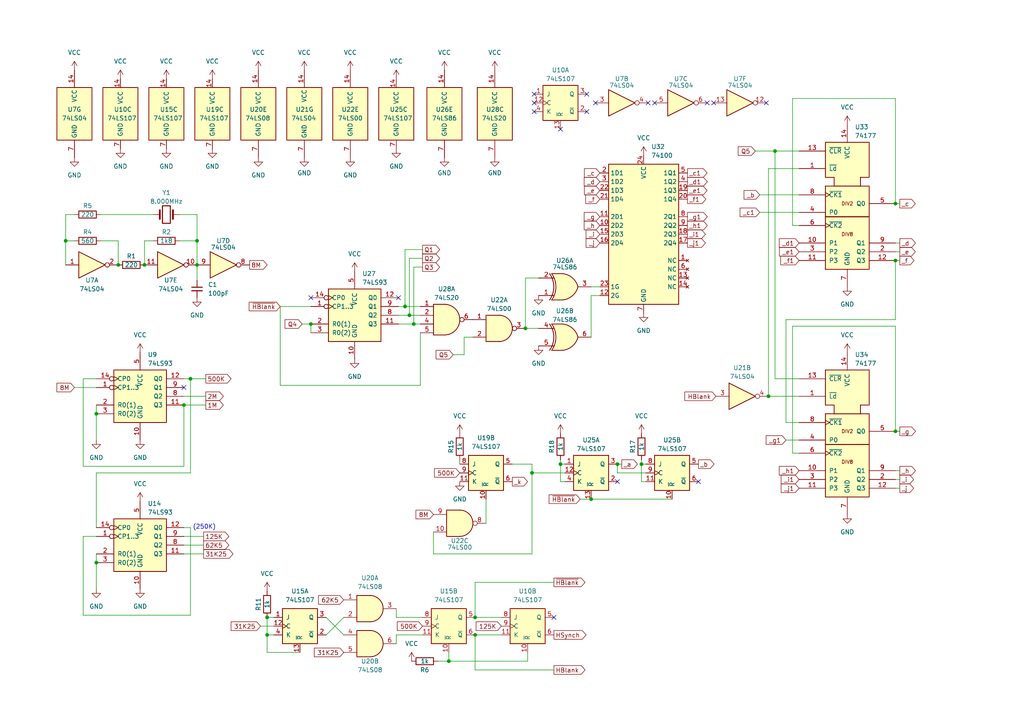
<source format=kicad_sch>
(kicad_sch (version 20230121) (generator eeschema)
  (paper "A4")
  (title_block (title "SYNC COUNTER (MASTER CLK)") (date "2023-08-07") (comment 1 "U7 ADE/U20 AB/U21 B/U22 AC/U26 AB/U28 A") (comment 2 "U10 B/U19 A") (comment 3 "U6 U9 U14 U15 U25 U27 U33 U34"))
  (lib_symbols
    (symbol "74100:74100"
      (property "Reference" "U" (at -10.16 20.955 0))
      (property "Value" "74100" (at 2.54 20.955 0))
      (symbol "74100_1_0"
        (pin power_in line (at 0 22.86 270) (length 2.54) (name "VCC") (number "24"))
        (pin power_in line (at 0 -22.86 90) (length 2.54) (name "GND") (number "7"))
      )
      (symbol "74100_1_1"
        (pin no_connect line (at 12.7 -7.62 180) (length 2.54) (name "NC") (number "1"))
        (pin input line (at -12.7 2.54 0) (length 2.54) (name "2D2") (number "10"))
        (pin input line (at -12.7 5.08 0) (length 2.54) (name "2D1") (number "11"))
        (pin input line (at -12.7 -17.78 0) (length 2.54) (name "2G") (number "12"))
        (pin no_connect line (at 12.7 -12.7 180) (length 2.54) (name "NC") (number "13"))
        (pin no_connect line (at 12.7 -15.24 180) (length 2.54) (name "NC") (number "14"))
        (pin input line (at -12.7 0 0) (length 2.54) (name "2D3") (number "15"))
        (pin input line (at -12.7 -2.54 0) (length 2.54) (name "2D4") (number "16"))
        (pin tri_state line (at 12.7 -2.54 180) (length 2.54) (name "2Q4") (number "17"))
        (pin tri_state line (at 12.7 0 180) (length 2.54) (name "2Q3") (number "18"))
        (pin tri_state line (at 12.7 12.7 180) (length 2.54) (name "1Q3") (number "19"))
        (pin input line (at -12.7 17.78 0) (length 2.54) (name "1D1") (number "2"))
        (pin tri_state line (at 12.7 10.16 180) (length 2.54) (name "1Q4") (number "20"))
        (pin input line (at -12.7 10.16 0) (length 2.54) (name "1D4") (number "21"))
        (pin input line (at -12.7 12.7 0) (length 2.54) (name "1D3") (number "22"))
        (pin input line (at -12.7 -15.24 0) (length 2.54) (name "1G") (number "23"))
        (pin input line (at -12.7 15.24 0) (length 2.54) (name "1D2") (number "3"))
        (pin tri_state line (at 12.7 15.24 180) (length 2.54) (name "1Q2") (number "4"))
        (pin tri_state line (at 12.7 17.78 180) (length 2.54) (name "1Q1") (number "5"))
        (pin no_connect line (at 12.7 -10.16 180) (length 2.54) (name "NC") (number "6"))
        (pin tri_state line (at 12.7 5.08 180) (length 2.54) (name "2Q1") (number "8"))
        (pin tri_state line (at 12.7 2.54 180) (length 2.54) (name "2Q2") (number "9"))
      )
    )
    (symbol "74177:74177" (pin_names (offset 1.016))
      (property "Reference" "U" (at 3.81 13.97 0))
      (property "Value" "74177" (at 3.81 -26.67 0))
      (symbol "74177_0_0"
        (text "DIV2" (at 0 -5.08 0) (effects (font (size 1.016 1.016))))
        (text "DIV8" (at 0 -13.97 0) (effects (font (size 1.016 1.016))))
        (pin power_in line (at 0 17.78 270) (length 5.08) (name "VCC") (number "14"))
        (pin power_in line (at 0 -29.21 90) (length 5.08) (name "GND") (number "7"))
      )
      (symbol "74177_1_1"
        (pin input line (at -13.97 5.08 0) (length 7.62) (name "~{Ld}") (number "1"))
        (pin input line (at -13.97 -16.51 0) (length 7.62) (name "P1") (number "10"))
        (pin input line (at -13.97 -21.59 0) (length 7.62) (name "P3") (number "11"))
        (pin output line (at 13.97 -21.59 180) (length 7.62) (name "Q3") (number "12"))
        (pin input line (at -13.97 10.16 0) (length 7.62) (name "~{CLR}") (number "13"))
        (pin output line (at 13.97 -19.05 180) (length 7.62) (name "Q2") (number "2"))
        (pin input line (at -13.97 -19.05 0) (length 7.62) (name "P2") (number "3"))
        (pin input line (at -13.97 -7.62 0) (length 7.62) (name "P0") (number "4"))
        (pin output line (at 13.97 -5.08 180) (length 7.62) (name "Q0") (number "5"))
        (pin input clock (at -13.97 -11.43 0) (length 7.62) (name "~{CK2}") (number "6"))
        (pin input clock (at -13.97 -2.54 0) (length 7.62) (name "~{CK1}") (number "8"))
        (pin output line (at 13.97 -16.51 180) (length 7.62) (name "Q1") (number "9"))
      )
    )
    (symbol "74xx:74LS00" (pin_names (offset 1.016))
      (property "Reference" "U" (at 0 1.27 0))
      (property "Value" "74LS00" (at 0 -1.27 0))
      (symbol "74LS00_1_1"
        (pin input line (at -7.62 2.54 0) (length 3.81) (name "~") (number "1"))
        (pin input line (at -7.62 -2.54 0) (length 3.81) (name "~") (number "2"))
        (pin output inverted (at 7.62 0 180) (length 3.81) (name "~") (number "3"))
      )
      (symbol "74LS00_1_2"
        (pin input inverted (at -7.62 2.54 0) (length 4.318) (name "~") (number "1"))
        (pin input inverted (at -7.62 -2.54 0) (length 4.318) (name "~") (number "2"))
        (pin output line (at 7.62 0 180) (length 3.81) (name "~") (number "3"))
      )
      (symbol "74LS00_2_1"
        (pin input line (at -7.62 2.54 0) (length 3.81) (name "~") (number "4"))
        (pin input line (at -7.62 -2.54 0) (length 3.81) (name "~") (number "5"))
        (pin output inverted (at 7.62 0 180) (length 3.81) (name "~") (number "6"))
      )
      (symbol "74LS00_2_2"
        (pin input inverted (at -7.62 2.54 0) (length 4.318) (name "~") (number "4"))
        (pin input inverted (at -7.62 -2.54 0) (length 4.318) (name "~") (number "5"))
        (pin output line (at 7.62 0 180) (length 3.81) (name "~") (number "6"))
      )
      (symbol "74LS00_3_1"
        (pin input line (at -7.62 -2.54 0) (length 3.81) (name "~") (number "10"))
        (pin output inverted (at 7.62 0 180) (length 3.81) (name "~") (number "8"))
        (pin input line (at -7.62 2.54 0) (length 3.81) (name "~") (number "9"))
      )
      (symbol "74LS00_3_2"
        (pin input inverted (at -7.62 -2.54 0) (length 4.318) (name "~") (number "10"))
        (pin output line (at 7.62 0 180) (length 3.81) (name "~") (number "8"))
        (pin input inverted (at -7.62 2.54 0) (length 4.318) (name "~") (number "9"))
      )
      (symbol "74LS00_4_1"
        (pin output inverted (at 7.62 0 180) (length 3.81) (name "~") (number "11"))
        (pin input line (at -7.62 2.54 0) (length 3.81) (name "~") (number "12"))
        (pin input line (at -7.62 -2.54 0) (length 3.81) (name "~") (number "13"))
      )
      (symbol "74LS00_4_2"
        (pin output line (at 7.62 0 180) (length 3.81) (name "~") (number "11"))
        (pin input inverted (at -7.62 2.54 0) (length 4.318) (name "~") (number "12"))
        (pin input inverted (at -7.62 -2.54 0) (length 4.318) (name "~") (number "13"))
      )
      (symbol "74LS00_5_0"
        (pin power_in line (at 0 12.7 270) (length 5.08) (name "VCC") (number "14"))
        (pin power_in line (at 0 -12.7 90) (length 5.08) (name "GND") (number "7"))
      )
    )
    (symbol "74xx:74LS04"
      (property "Reference" "U" (at 0 1.27 0))
      (property "Value" "74LS04" (at 0 -1.27 0))
      (symbol "74LS04_1_0"
        (pin input line (at -7.62 0 0) (length 3.81) (name "~") (number "1"))
        (pin output inverted (at 7.62 0 180) (length 3.81) (name "~") (number "2"))
      )
      (symbol "74LS04_2_0"
        (pin input line (at -7.62 0 0) (length 3.81) (name "~") (number "3"))
        (pin output inverted (at 7.62 0 180) (length 3.81) (name "~") (number "4"))
      )
      (symbol "74LS04_3_0"
        (pin input line (at -7.62 0 0) (length 3.81) (name "~") (number "5"))
        (pin output inverted (at 7.62 0 180) (length 3.81) (name "~") (number "6"))
      )
      (symbol "74LS04_4_0"
        (pin output inverted (at 7.62 0 180) (length 3.81) (name "~") (number "8"))
        (pin input line (at -7.62 0 0) (length 3.81) (name "~") (number "9"))
      )
      (symbol "74LS04_5_0"
        (pin output inverted (at 7.62 0 180) (length 3.81) (name "~") (number "10"))
        (pin input line (at -7.62 0 0) (length 3.81) (name "~") (number "11"))
      )
      (symbol "74LS04_6_0"
        (pin output inverted (at 7.62 0 180) (length 3.81) (name "~") (number "12"))
        (pin input line (at -7.62 0 0) (length 3.81) (name "~") (number "13"))
      )
      (symbol "74LS04_7_0"
        (pin power_in line (at 0 12.7 270) (length 5.08) (name "VCC") (number "14"))
        (pin power_in line (at 0 -12.7 90) (length 5.08) (name "GND") (number "7"))
      )
    )
    (symbol "74xx:74LS08" (pin_names (offset 1.016))
      (property "Reference" "U" (at 0 1.27 0))
      (property "Value" "74LS08" (at 0 -1.27 0))
      (symbol "74LS08_1_1"
        (pin input line (at -7.62 2.54 0) (length 3.81) (name "~") (number "1"))
        (pin input line (at -7.62 -2.54 0) (length 3.81) (name "~") (number "2"))
        (pin output line (at 7.62 0 180) (length 3.81) (name "~") (number "3"))
      )
      (symbol "74LS08_1_2"
        (pin input inverted (at -7.62 2.54 0) (length 4.318) (name "~") (number "1"))
        (pin input inverted (at -7.62 -2.54 0) (length 4.318) (name "~") (number "2"))
        (pin output inverted (at 7.62 0 180) (length 3.81) (name "~") (number "3"))
      )
      (symbol "74LS08_2_1"
        (pin input line (at -7.62 2.54 0) (length 3.81) (name "~") (number "4"))
        (pin input line (at -7.62 -2.54 0) (length 3.81) (name "~") (number "5"))
        (pin output line (at 7.62 0 180) (length 3.81) (name "~") (number "6"))
      )
      (symbol "74LS08_2_2"
        (pin input inverted (at -7.62 2.54 0) (length 4.318) (name "~") (number "4"))
        (pin input inverted (at -7.62 -2.54 0) (length 4.318) (name "~") (number "5"))
        (pin output inverted (at 7.62 0 180) (length 3.81) (name "~") (number "6"))
      )
      (symbol "74LS08_3_1"
        (pin input line (at -7.62 -2.54 0) (length 3.81) (name "~") (number "10"))
        (pin output line (at 7.62 0 180) (length 3.81) (name "~") (number "8"))
        (pin input line (at -7.62 2.54 0) (length 3.81) (name "~") (number "9"))
      )
      (symbol "74LS08_3_2"
        (pin input inverted (at -7.62 -2.54 0) (length 4.318) (name "~") (number "10"))
        (pin output inverted (at 7.62 0 180) (length 3.81) (name "~") (number "8"))
        (pin input inverted (at -7.62 2.54 0) (length 4.318) (name "~") (number "9"))
      )
      (symbol "74LS08_4_1"
        (pin output line (at 7.62 0 180) (length 3.81) (name "~") (number "11"))
        (pin input line (at -7.62 2.54 0) (length 3.81) (name "~") (number "12"))
        (pin input line (at -7.62 -2.54 0) (length 3.81) (name "~") (number "13"))
      )
      (symbol "74LS08_4_2"
        (pin output inverted (at 7.62 0 180) (length 3.81) (name "~") (number "11"))
        (pin input inverted (at -7.62 2.54 0) (length 4.318) (name "~") (number "12"))
        (pin input inverted (at -7.62 -2.54 0) (length 4.318) (name "~") (number "13"))
      )
      (symbol "74LS08_5_0"
        (pin power_in line (at 0 12.7 270) (length 5.08) (name "VCC") (number "14"))
        (pin power_in line (at 0 -12.7 90) (length 5.08) (name "GND") (number "7"))
      )
    )
    (symbol "74xx:74LS107" (pin_names (offset 1.016))
      (property "Reference" "U" (at -7.62 8.89 0))
      (property "Value" "74LS107" (at -7.62 -8.89 0))
      (symbol "74LS107_1_0"
        (pin input line (at -7.62 2.54 0) (length 2.54) (name "J") (number "1"))
        (pin input clock (at -7.62 0 0) (length 2.54) (name "C") (number "12"))
        (pin input line (at 0 -7.62 90) (length 2.54) (name "~{R}") (number "13"))
        (pin output line (at 7.62 -2.54 180) (length 2.54) (name "~{Q}") (number "2"))
        (pin output line (at 7.62 2.54 180) (length 2.54) (name "Q") (number "3"))
        (pin input line (at -7.62 -2.54 0) (length 2.54) (name "K") (number "4"))
      )
      (symbol "74LS107_2_0"
        (pin input line (at 0 -7.62 90) (length 2.54) (name "~{R}") (number "10"))
        (pin input line (at -7.62 -2.54 0) (length 2.54) (name "K") (number "11"))
        (pin output line (at 7.62 2.54 180) (length 2.54) (name "Q") (number "5"))
        (pin output line (at 7.62 -2.54 180) (length 2.54) (name "~{Q}") (number "6"))
        (pin input line (at -7.62 2.54 0) (length 2.54) (name "J") (number "8"))
        (pin input clock (at -7.62 0 0) (length 2.54) (name "C") (number "9"))
      )
      (symbol "74LS107_3_0"
        (pin power_in line (at 0 10.16 270) (length 2.54) (name "VCC") (number "14"))
        (pin power_in line (at 0 -10.16 90) (length 2.54) (name "GND") (number "7"))
      )
    )
    (symbol "74xx:74LS20" (pin_names (offset 1.016))
      (property "Reference" "U" (at 0 1.27 0))
      (property "Value" "74LS20" (at 0 -1.27 0))
      (symbol "74LS20_1_1"
        (pin input line (at -7.62 3.81 0) (length 3.81) (name "~") (number "1"))
        (pin input line (at -7.62 1.27 0) (length 3.81) (name "~") (number "2"))
        (pin input line (at -7.62 -1.27 0) (length 3.81) (name "~") (number "4"))
        (pin input line (at -7.62 -3.81 0) (length 3.81) (name "~") (number "5"))
        (pin output inverted (at 7.62 0 180) (length 3.81) (name "~") (number "6"))
      )
      (symbol "74LS20_1_2"
        (pin input inverted (at -7.62 3.81 0) (length 3.81) (name "~") (number "1"))
        (pin input inverted (at -7.62 1.27 0) (length 4.826) (name "~") (number "2"))
        (pin input inverted (at -7.62 -1.27 0) (length 4.826) (name "~") (number "4"))
        (pin input inverted (at -7.62 -3.81 0) (length 3.81) (name "~") (number "5"))
        (pin output line (at 7.62 0 180) (length 3.81) (name "~") (number "6"))
      )
      (symbol "74LS20_2_1"
        (pin input line (at -7.62 1.27 0) (length 3.81) (name "~") (number "10"))
        (pin input line (at -7.62 -1.27 0) (length 3.81) (name "~") (number "12"))
        (pin input line (at -7.62 -3.81 0) (length 3.81) (name "~") (number "13"))
        (pin output inverted (at 7.62 0 180) (length 3.81) (name "~") (number "8"))
        (pin input line (at -7.62 3.81 0) (length 3.81) (name "~") (number "9"))
      )
      (symbol "74LS20_2_2"
        (pin input inverted (at -7.62 1.27 0) (length 4.826) (name "~") (number "10"))
        (pin input inverted (at -7.62 -1.27 0) (length 4.826) (name "~") (number "12"))
        (pin input inverted (at -7.62 -3.81 0) (length 3.81) (name "~") (number "13"))
        (pin output line (at 7.62 0 180) (length 3.81) (name "~") (number "8"))
        (pin input inverted (at -7.62 3.81 0) (length 3.81) (name "~") (number "9"))
      )
      (symbol "74LS20_3_0"
        (pin power_in line (at 0 12.7 270) (length 5.08) (name "VCC") (number "14"))
        (pin power_in line (at 0 -12.7 90) (length 5.08) (name "GND") (number "7"))
      )
    )
    (symbol "74xx:74LS86" (pin_names (offset 1.016))
      (property "Reference" "U" (at 0 1.27 0))
      (property "Value" "74LS86" (at 0 -1.27 0))
      (symbol "74LS86_1_0"
        (pin input line (at -7.62 2.54 0) (length 4.445) (name "~") (number "1"))
        (pin input line (at -7.62 -2.54 0) (length 4.445) (name "~") (number "2"))
        (pin output line (at 7.62 0 180) (length 3.81) (name "~") (number "3"))
      )
      (symbol "74LS86_2_0"
        (pin input line (at -7.62 2.54 0) (length 4.445) (name "~") (number "4"))
        (pin input line (at -7.62 -2.54 0) (length 4.445) (name "~") (number "5"))
        (pin output line (at 7.62 0 180) (length 3.81) (name "~") (number "6"))
      )
      (symbol "74LS86_3_0"
        (pin input line (at -7.62 -2.54 0) (length 4.445) (name "~") (number "10"))
        (pin output line (at 7.62 0 180) (length 3.81) (name "~") (number "8"))
        (pin input line (at -7.62 2.54 0) (length 4.445) (name "~") (number "9"))
      )
      (symbol "74LS86_4_0"
        (pin output line (at 7.62 0 180) (length 3.81) (name "~") (number "11"))
        (pin input line (at -7.62 2.54 0) (length 4.445) (name "~") (number "12"))
        (pin input line (at -7.62 -2.54 0) (length 4.445) (name "~") (number "13"))
      )
      (symbol "74LS86_5_0"
        (pin power_in line (at 0 12.7 270) (length 5.08) (name "VCC") (number "14"))
        (pin power_in line (at 0 -12.7 90) (length 5.08) (name "GND") (number "7"))
      )
    )
    (symbol "74xx:74LS93" (pin_names (offset 1.016))
      (property "Reference" "U" (at -7.62 8.89 0))
      (property "Value" "74LS93" (at -7.62 -8.89 0))
      (symbol "74LS93_1_0"
        (pin input inverted_clock (at -12.7 2.54 0) (length 5.08) (name "CP1..3") (number "1"))
        (pin power_in line (at 0 -12.7 90) (length 5.08) (name "GND") (number "10"))
        (pin output line (at 12.7 -2.54 180) (length 5.08) (name "Q3") (number "11"))
        (pin output line (at 12.7 5.08 180) (length 5.08) (name "Q0") (number "12"))
        (pin input inverted_clock (at -12.7 5.08 0) (length 5.08) (name "CP0") (number "14"))
        (pin input line (at -12.7 -2.54 0) (length 5.08) (name "R0(1)") (number "2"))
        (pin input line (at -12.7 -5.08 0) (length 5.08) (name "R0(2)") (number "3"))
        (pin power_in line (at 0 12.7 270) (length 5.08) (name "VCC") (number "5"))
        (pin output line (at 12.7 0 180) (length 5.08) (name "Q2") (number "8"))
        (pin output line (at 12.7 2.54 180) (length 5.08) (name "Q1") (number "9"))
      )
    )
    (symbol "Device:C_Small" (pin_numbers hide) (pin_names (offset 0.254) hide)
      (property "Reference" "C" (at 0.254 1.778 0))
      (property "Value" "C_Small" (at 0.254 -2.032 0))
      (symbol "C_Small_1_1"
        (pin passive line (at 0 2.54 270) (length 2.032) (name "~") (number "1"))
        (pin passive line (at 0 -2.54 90) (length 2.032) (name "~") (number "2"))
      )
    )
    (symbol "Device:Crystal" (pin_numbers hide) (pin_names (offset 1.016) hide)
      (property "Reference" "Y" (at 0 3.81 0))
      (property "Value" "Crystal" (at 0 -3.81 0))
      (symbol "Crystal_1_1"
        (pin passive line (at -3.81 0 0) (length 1.27) (name "1") (number "1"))
        (pin passive line (at 3.81 0 180) (length 1.27) (name "2") (number "2"))
      )
    )
    (symbol "Device:R" (pin_numbers hide) (pin_names (offset 0))
      (property "Reference" "R" (at 2.032 0 90))
      (property "Value" "R" (at 0 0 90))
      (symbol "R_1_1"
        (pin passive line (at 0 3.81 270) (length 1.27) (name "~") (number "1"))
        (pin passive line (at 0 -3.81 90) (length 1.27) (name "~") (number "2"))
      )
    )
    (symbol "power:GND" (power) (pin_names (offset 0))
      (property "Value" "GND" (at 0 -3.81 0))
      (symbol "GND_1_1"
        (pin power_in line (at 0 0 270) (length 0) hide (name "GND") (number "1"))
      )
    )
    (symbol "power:VCC" (power) (pin_names (offset 0))
      (property "Value" "VCC" (at 0 3.81 0))
      (symbol "VCC_1_1"
        (pin power_in line (at 0 0 90) (length 0) hide (name "VCC") (number "1"))
      )
    )
  )
  (junction (at 90.17 93.98))
  (junction (at 34.29 76.835))
  (junction (at 27.94 163.195))
  (junction (at 186.055 134.62))
  (junction (at 152.4 95.25))
  (junction (at 222.885 114.935))
  (junction (at 162.56 134.62))
  (junction (at 120.015 93.98))
  (junction (at 118.745 91.44))
  (junction (at 57.15 76.835))
  (junction (at 41.91 76.835))
  (junction (at 259.715 125.095))
  (junction (at 55.245 109.855))
  (junction (at 77.47 179.07))
  (junction (at 137.795 179.07))
  (junction (at 259.715 59.055))
  (junction (at 117.475 88.9))
  (junction (at 137.795 184.15))
  (junction (at 27.94 120.015))
  (junction (at 171.45 144.78))
  (junction (at 154.305 137.16))
  (junction (at 53.34 117.475))
  (junction (at 57.15 69.85))
  (junction (at 179.07 134.62))
  (junction (at 19.05 69.85))
  (junction (at 130.175 191.77))
  (junction (at 224.79 43.815))
  (junction (at 259.715 75.565))
  (junction (at 77.47 184.15))
  (no_connect (at 202.565 139.7))
  (no_connect (at 154.94 27.305))
  (no_connect (at 160.655 179.07))
  (no_connect (at 53.34 112.395))
  (no_connect (at 205.105 29.845))
  (no_connect (at 179.07 139.7))
  (no_connect (at 115.57 86.36))
  (no_connect (at 170.18 32.385))
  (no_connect (at 170.18 27.305))
  (no_connect (at 154.94 29.845))
  (no_connect (at 207.01 29.845))
  (no_connect (at 162.56 37.465))
  (no_connect (at 154.94 32.385))
  (no_connect (at 172.72 29.845))
  (no_connect (at 90.17 86.36))
  (no_connect (at 222.25 29.845))
  (no_connect (at 189.865 29.845))
  (no_connect (at 187.96 29.845))
  (wire (pts (xy 227.965 127.635) (xy 231.775 127.635)))
  (wire (pts (xy 137.795 179.07) (xy 145.415 179.07)))
  (wire (pts (xy 21.59 112.395) (xy 27.94 112.395)))
  (wire (pts (xy 224.79 43.815) (xy 231.775 43.815)))
  (wire (pts (xy 55.245 153.035) (xy 55.245 178.435)))
  (wire (pts (xy 130.175 191.77) (xy 130.175 189.23)))
  (wire (pts (xy 29.21 69.85) (xy 34.29 69.85)))
  (wire (pts (xy 131.445 102.87) (xy 134.62 102.87)))
  (wire (pts (xy 231.775 109.855) (xy 224.79 109.855)))
  (wire (pts (xy 173.99 85.725) (xy 171.45 85.725)))
  (wire (pts (xy 77.47 184.15) (xy 77.47 179.07)))
  (wire (pts (xy 229.87 94.615) (xy 259.715 94.615)))
  (wire (pts (xy 53.34 160.655) (xy 59.055 160.655)))
  (wire (pts (xy 259.715 70.485) (xy 260.985 70.485)))
  (wire (pts (xy 41.91 69.85) (xy 41.91 76.835)))
  (wire (pts (xy 154.305 137.16) (xy 154.305 134.62)))
  (wire (pts (xy 24.13 155.575) (xy 27.94 155.575)))
  (wire (pts (xy 19.05 69.85) (xy 19.05 62.23)))
  (wire (pts (xy 160.655 168.91) (xy 137.795 168.91)))
  (wire (pts (xy 27.94 120.015) (xy 27.94 127.635)))
  (wire (pts (xy 140.97 144.78) (xy 140.97 151.765)))
  (wire (pts (xy 27.94 137.16) (xy 27.94 153.035)))
  (wire (pts (xy 171.45 85.725) (xy 171.45 97.79)))
  (wire (pts (xy 53.34 135.255) (xy 24.13 135.255)))
  (wire (pts (xy 259.715 75.565) (xy 260.985 75.565)))
  (wire (pts (xy 259.715 59.055) (xy 259.715 28.575)))
  (wire (pts (xy 137.795 194.31) (xy 160.655 194.31)))
  (wire (pts (xy 86.995 189.23) (xy 77.47 189.23)))
  (wire (pts (xy 179.07 134.62) (xy 179.07 137.16)))
  (wire (pts (xy 117.475 88.9) (xy 121.92 88.9)))
  (wire (pts (xy 122.555 184.15) (xy 114.935 184.15)))
  (wire (pts (xy 171.45 83.185) (xy 173.99 83.185)))
  (wire (pts (xy 24.13 178.435) (xy 24.13 155.575)))
  (wire (pts (xy 114.935 179.07) (xy 114.935 176.53)))
  (wire (pts (xy 137.795 168.91) (xy 137.795 179.07)))
  (wire (pts (xy 222.885 114.935) (xy 222.885 48.895)))
  (wire (pts (xy 57.15 69.85) (xy 52.07 69.85)))
  (wire (pts (xy 19.05 62.23) (xy 21.59 62.23)))
  (wire (pts (xy 117.475 72.39) (xy 122.555 72.39)))
  (wire (pts (xy 186.055 133.35) (xy 186.055 134.62)))
  (wire (pts (xy 179.07 137.16) (xy 187.325 137.16)))
  (wire (pts (xy 57.15 62.23) (xy 57.15 69.85)))
  (wire (pts (xy 117.475 88.9) (xy 117.475 72.39)))
  (wire (pts (xy 260.985 141.605) (xy 259.715 141.605)))
  (wire (pts (xy 21.59 69.85) (xy 19.05 69.85)))
  (wire (pts (xy 125.73 154.305) (xy 125.73 160.655)))
  (wire (pts (xy 115.57 88.9) (xy 117.475 88.9)))
  (wire (pts (xy 44.45 69.85) (xy 41.91 69.85)))
  (wire (pts (xy 231.775 122.555) (xy 227.965 122.555)))
  (wire (pts (xy 220.345 56.515) (xy 231.775 56.515)))
  (wire (pts (xy 19.05 69.85) (xy 19.05 76.835)))
  (wire (pts (xy 120.015 77.47) (xy 120.015 93.98)))
  (wire (pts (xy 186.055 134.62) (xy 187.325 134.62)))
  (wire (pts (xy 53.34 117.475) (xy 59.69 117.475)))
  (wire (pts (xy 24.13 135.255) (xy 24.13 109.855)))
  (wire (pts (xy 27.94 117.475) (xy 27.94 120.015)))
  (wire (pts (xy 259.715 28.575) (xy 229.87 28.575)))
  (wire (pts (xy 55.245 137.16) (xy 27.94 137.16)))
  (wire (pts (xy 55.245 109.855) (xy 59.69 109.855)))
  (wire (pts (xy 118.745 91.44) (xy 118.745 74.93)))
  (wire (pts (xy 77.47 179.07) (xy 79.375 179.07)))
  (wire (pts (xy 152.4 95.25) (xy 156.21 95.25)))
  (wire (pts (xy 87.63 93.98) (xy 90.17 93.98)))
  (wire (pts (xy 90.17 88.9) (xy 81.28 88.9)))
  (wire (pts (xy 162.56 133.35) (xy 162.56 134.62)))
  (wire (pts (xy 121.92 111.76) (xy 121.92 96.52)))
  (wire (pts (xy 259.715 73.025) (xy 260.985 73.025)))
  (wire (pts (xy 55.245 178.435) (xy 24.13 178.435)))
  (wire (pts (xy 229.87 28.575) (xy 229.87 65.405)))
  (wire (pts (xy 57.15 76.835) (xy 57.15 81.28)))
  (wire (pts (xy 122.555 179.07) (xy 114.935 179.07)))
  (wire (pts (xy 152.4 80.645) (xy 156.21 80.645)))
  (wire (pts (xy 53.34 114.935) (xy 59.69 114.935)))
  (wire (pts (xy 75.565 181.61) (xy 79.375 181.61)))
  (wire (pts (xy 186.055 139.7) (xy 187.325 139.7)))
  (wire (pts (xy 231.775 114.935) (xy 222.885 114.935)))
  (wire (pts (xy 120.015 93.98) (xy 121.92 93.98)))
  (wire (pts (xy 260.985 136.525) (xy 259.715 136.525)))
  (wire (pts (xy 29.21 62.23) (xy 44.45 62.23)))
  (wire (pts (xy 259.715 125.095) (xy 260.985 125.095)))
  (wire (pts (xy 81.28 88.9) (xy 81.28 111.76)))
  (wire (pts (xy 27.94 160.655) (xy 27.94 163.195)))
  (wire (pts (xy 94.615 179.07) (xy 99.695 184.15)))
  (wire (pts (xy 229.87 131.445) (xy 231.775 131.445)))
  (wire (pts (xy 224.79 43.815) (xy 224.79 109.855)))
  (wire (pts (xy 219.075 43.815) (xy 224.79 43.815)))
  (wire (pts (xy 53.34 153.035) (xy 55.245 153.035)))
  (wire (pts (xy 227.965 122.555) (xy 227.965 92.71)))
  (wire (pts (xy 53.34 117.475) (xy 53.34 135.255)))
  (wire (pts (xy 52.07 62.23) (xy 57.15 62.23)))
  (wire (pts (xy 171.45 144.78) (xy 194.945 144.78)))
  (wire (pts (xy 115.57 91.44) (xy 118.745 91.44)))
  (wire (pts (xy 77.47 189.23) (xy 77.47 184.15)))
  (wire (pts (xy 153.035 191.77) (xy 153.035 189.23)))
  (wire (pts (xy 118.745 91.44) (xy 121.92 91.44)))
  (wire (pts (xy 134.62 102.87) (xy 134.62 97.79)))
  (wire (pts (xy 120.015 93.98) (xy 115.57 93.98)))
  (wire (pts (xy 53.34 158.115) (xy 59.055 158.115)))
  (wire (pts (xy 259.715 94.615) (xy 259.715 125.095)))
  (wire (pts (xy 154.305 134.62) (xy 148.59 134.62)))
  (wire (pts (xy 55.245 109.855) (xy 55.245 137.16)))
  (wire (pts (xy 81.28 111.76) (xy 121.92 111.76)))
  (wire (pts (xy 130.175 191.77) (xy 153.035 191.77)))
  (wire (pts (xy 122.555 77.47) (xy 120.015 77.47)))
  (wire (pts (xy 34.29 69.85) (xy 34.29 76.835)))
  (wire (pts (xy 118.745 74.93) (xy 122.555 74.93)))
  (wire (pts (xy 137.795 184.15) (xy 145.415 184.15)))
  (wire (pts (xy 24.13 109.855) (xy 27.94 109.855)))
  (wire (pts (xy 53.34 155.575) (xy 59.055 155.575)))
  (wire (pts (xy 168.275 144.78) (xy 171.45 144.78)))
  (wire (pts (xy 137.795 184.15) (xy 137.795 194.31)))
  (wire (pts (xy 162.56 134.62) (xy 162.56 139.7)))
  (wire (pts (xy 260.985 139.065) (xy 259.715 139.065)))
  (wire (pts (xy 125.73 160.655) (xy 154.305 160.655)))
  (wire (pts (xy 79.375 184.15) (xy 77.47 184.15)))
  (wire (pts (xy 127 191.77) (xy 130.175 191.77)))
  (wire (pts (xy 94.615 184.15) (xy 99.695 179.07)))
  (wire (pts (xy 259.715 59.055) (xy 260.985 59.055)))
  (wire (pts (xy 154.305 160.655) (xy 154.305 137.16)))
  (wire (pts (xy 114.935 184.15) (xy 114.935 186.69)))
  (wire (pts (xy 229.87 65.405) (xy 231.775 65.405)))
  (wire (pts (xy 259.715 75.565) (xy 259.715 92.71)))
  (wire (pts (xy 53.34 109.855) (xy 55.245 109.855)))
  (wire (pts (xy 229.87 94.615) (xy 229.87 131.445)))
  (wire (pts (xy 154.305 137.16) (xy 163.83 137.16)))
  (wire (pts (xy 179.07 134.62) (xy 180.34 134.62)))
  (wire (pts (xy 90.17 93.98) (xy 90.17 96.52)))
  (wire (pts (xy 220.345 61.595) (xy 231.775 61.595)))
  (wire (pts (xy 162.56 134.62) (xy 163.83 134.62)))
  (wire (pts (xy 27.94 163.195) (xy 27.94 170.815)))
  (wire (pts (xy 222.885 48.895) (xy 231.775 48.895)))
  (wire (pts (xy 133.35 133.35) (xy 133.35 134.62)))
  (wire (pts (xy 152.4 95.25) (xy 152.4 80.645)))
  (wire (pts (xy 186.055 134.62) (xy 186.055 139.7)))
  (wire (pts (xy 134.62 97.79) (xy 137.16 97.79)))
  (wire (pts (xy 162.56 139.7) (xy 163.83 139.7)))
  (wire (pts (xy 57.15 76.835) (xy 57.15 69.85)))
  (wire (pts (xy 227.965 92.71) (xy 259.715 92.71)))
  (text "(250K)" (at 55.88 153.67 0) (effects (font (size 1.27 1.27)) (justify left bottom)))
  (global_label "_c" (shape output) (at 260.985 59.055 0) (property "Intersheetrefs" "${INTERSHEET_REFS}" (effects hide)))
  (global_label "_g" (shape input) (at 173.99 62.865 180) (property "Intersheetrefs" "${INTERSHEET_REFS}" (effects hide)))
  (global_label "500K" (shape output) (at 59.69 109.855 0) (property "Intersheetrefs" "${INTERSHEET_REFS}" (effects hide)))
  (global_label "_f" (shape output) (at 260.985 75.565 0) (property "Intersheetrefs" "${INTERSHEET_REFS}" (effects hide)))
  (global_label "_b" (shape input) (at 220.345 56.515 180) (property "Intersheetrefs" "${INTERSHEET_REFS}" (effects hide)))
  (global_label "_h1" (shape input) (at 231.775 136.525 180) (property "Intersheetrefs" "${INTERSHEET_REFS}" (effects hide)))
  (global_label "_c" (shape input) (at 173.99 50.165 180) (property "Intersheetrefs" "${INTERSHEET_REFS}" (effects hide)))
  (global_label "~{HBlank}" (shape input) (at 168.275 144.78 180) (property "Intersheetrefs" "${INTERSHEET_REFS}" (effects hide)))
  (global_label "500K" (shape input) (at 122.555 181.61 180) (property "Intersheetrefs" "${INTERSHEET_REFS}" (effects hide)))
  (global_label "_e" (shape input) (at 173.99 55.245 180) (property "Intersheetrefs" "${INTERSHEET_REFS}" (effects hide)))
  (global_label "8M" (shape input) (at 125.73 149.225 180) (property "Intersheetrefs" "${INTERSHEET_REFS}" (effects hide)))
  (global_label "500K" (shape input) (at 133.35 137.16 180) (property "Intersheetrefs" "${INTERSHEET_REFS}" (effects hide)))
  (global_label "Q4" (shape input) (at 87.63 93.98 180) (property "Intersheetrefs" "${INTERSHEET_REFS}" (effects hide)))
  (global_label "_i1" (shape input) (at 231.775 139.065 180) (property "Intersheetrefs" "${INTERSHEET_REFS}" (effects hide)))
  (global_label "_g1" (shape output) (at 199.39 62.865 0) (property "Intersheetrefs" "${INTERSHEET_REFS}" (effects hide)))
  (global_label "_i1" (shape output) (at 199.39 67.945 0) (property "Intersheetrefs" "${INTERSHEET_REFS}" (effects hide)))
  (global_label "_d" (shape input) (at 173.99 52.705 180) (property "Intersheetrefs" "${INTERSHEET_REFS}" (effects hide)))
  (global_label "_g1" (shape input) (at 227.965 127.635 180) (property "Intersheetrefs" "${INTERSHEET_REFS}" (effects hide)))
  (global_label "Q5" (shape input) (at 131.445 102.87 180) (property "Intersheetrefs" "${INTERSHEET_REFS}" (effects hide)))
  (global_label "~{HBlank}" (shape input) (at 81.28 88.9 180) (property "Intersheetrefs" "${INTERSHEET_REFS}" (effects hide)))
  (global_label "_f1" (shape input) (at 231.775 75.565 180) (property "Intersheetrefs" "${INTERSHEET_REFS}" (effects hide)))
  (global_label "8M" (shape output) (at 72.39 76.835 0) (property "Intersheetrefs" "${INTERSHEET_REFS}" (effects hide)))
  (global_label "_b" (shape output) (at 202.565 134.62 0) (property "Intersheetrefs" "${INTERSHEET_REFS}" (effects hide)))
  (global_label "_f1" (shape output) (at 199.39 57.785 0) (property "Intersheetrefs" "${INTERSHEET_REFS}" (effects hide)))
  (global_label "_d1" (shape output) (at 199.39 52.705 0) (property "Intersheetrefs" "${INTERSHEET_REFS}" (effects hide)))
  (global_label "_a" (shape output) (at 180.34 134.62 0) (property "Intersheetrefs" "${INTERSHEET_REFS}" (effects hide)))
  (global_label "_i" (shape output) (at 260.985 139.065 0) (property "Intersheetrefs" "${INTERSHEET_REFS}" (effects hide)))
  (global_label "_k" (shape output) (at 148.59 139.7 0) (property "Intersheetrefs" "${INTERSHEET_REFS}" (effects hide)))
  (global_label "_h" (shape output) (at 260.985 136.525 0) (property "Intersheetrefs" "${INTERSHEET_REFS}" (effects hide)))
  (global_label "_i" (shape input) (at 173.99 67.945 180) (property "Intersheetrefs" "${INTERSHEET_REFS}" (effects hide)))
  (global_label "_e" (shape output) (at 260.985 73.025 0) (property "Intersheetrefs" "${INTERSHEET_REFS}" (effects hide)))
  (global_label "_h" (shape input) (at 173.99 65.405 180) (property "Intersheetrefs" "${INTERSHEET_REFS}" (effects hide)))
  (global_label "125K" (shape input) (at 145.415 181.61 180) (property "Intersheetrefs" "${INTERSHEET_REFS}" (effects hide)))
  (global_label "_c1" (shape output) (at 199.39 50.165 0) (property "Intersheetrefs" "${INTERSHEET_REFS}" (effects hide)))
  (global_label "Q5" (shape input) (at 219.075 43.815 180) (property "Intersheetrefs" "${INTERSHEET_REFS}" (effects hide)))
  (global_label "~{HBlank}" (shape output) (at 160.655 168.91 0) (property "Intersheetrefs" "${INTERSHEET_REFS}" (effects hide)))
  (global_label "125K" (shape output) (at 59.055 155.575 0) (property "Intersheetrefs" "${INTERSHEET_REFS}" (effects hide)))
  (global_label "HBlank" (shape output) (at 160.655 194.31 0) (property "Intersheetrefs" "${INTERSHEET_REFS}" (effects hide)))
  (global_label "8M" (shape input) (at 21.59 112.395 180) (property "Intersheetrefs" "${INTERSHEET_REFS}" (effects hide)))
  (global_label "_j1" (shape output) (at 199.39 70.485 0) (property "Intersheetrefs" "${INTERSHEET_REFS}" (effects hide)))
  (global_label "Q2" (shape output) (at 122.555 74.93 0) (property "Intersheetrefs" "${INTERSHEET_REFS}" (effects hide)))
  (global_label "31K25" (shape input) (at 75.565 181.61 180) (property "Intersheetrefs" "${INTERSHEET_REFS}" (effects hide)))
  (global_label "Q3" (shape output) (at 122.555 77.47 0) (property "Intersheetrefs" "${INTERSHEET_REFS}" (effects hide)))
  (global_label "31K25" (shape input) (at 99.695 189.23 180) (property "Intersheetrefs" "${INTERSHEET_REFS}" (effects hide)))
  (global_label "HSynch" (shape output) (at 160.655 184.15 0) (property "Intersheetrefs" "${INTERSHEET_REFS}" (effects hide)))
  (global_label "HBlank" (shape input) (at 207.645 114.935 180) (property "Intersheetrefs" "${INTERSHEET_REFS}" (effects hide)))
  (global_label "_d1" (shape input) (at 231.775 70.485 180) (property "Intersheetrefs" "${INTERSHEET_REFS}" (effects hide)))
  (global_label "2M" (shape output) (at 59.69 114.935 0) (property "Intersheetrefs" "${INTERSHEET_REFS}" (effects hide)))
  (global_label "_f" (shape input) (at 173.99 57.785 180) (property "Intersheetrefs" "${INTERSHEET_REFS}" (effects hide)))
  (global_label "_h1" (shape output) (at 199.39 65.405 0) (property "Intersheetrefs" "${INTERSHEET_REFS}" (effects hide)))
  (global_label "Q1" (shape output) (at 122.555 72.39 0) (property "Intersheetrefs" "${INTERSHEET_REFS}" (effects hide)))
  (global_label "_g" (shape output) (at 260.985 125.095 0) (property "Intersheetrefs" "${INTERSHEET_REFS}" (effects hide)))
  (global_label "_e1" (shape output) (at 199.39 55.245 0) (property "Intersheetrefs" "${INTERSHEET_REFS}" (effects hide)))
  (global_label "1M" (shape output) (at 59.69 117.475 0) (property "Intersheetrefs" "${INTERSHEET_REFS}" (effects hide)))
  (global_label "_j" (shape output) (at 260.985 141.605 0) (property "Intersheetrefs" "${INTERSHEET_REFS}" (effects hide)))
  (global_label "_c1" (shape input) (at 220.345 61.595 180) (property "Intersheetrefs" "${INTERSHEET_REFS}" (effects hide)))
  (global_label "_d" (shape output) (at 260.985 70.485 0) (property "Intersheetrefs" "${INTERSHEET_REFS}" (effects hide)))
  (global_label "_j" (shape input) (at 173.99 70.485 180) (property "Intersheetrefs" "${INTERSHEET_REFS}" (effects hide)))
  (global_label "31K25" (shape output) (at 59.055 160.655 0) (property "Intersheetrefs" "${INTERSHEET_REFS}" (effects hide)))
  (global_label "_e1" (shape input) (at 231.775 73.025 180) (property "Intersheetrefs" "${INTERSHEET_REFS}" (effects hide)))
  (global_label "62K5" (shape output) (at 59.055 158.115 0) (property "Intersheetrefs" "${INTERSHEET_REFS}" (effects hide)))
  (global_label "_j1" (shape input) (at 231.775 141.605 180) (property "Intersheetrefs" "${INTERSHEET_REFS}" (effects hide)))
  (global_label "62K5" (shape input) (at 99.695 173.99 180) (property "Intersheetrefs" "${INTERSHEET_REFS}" (effects hide)))
  (symbol (lib_id "power:GND") (at 133.35 139.7 0) (unit 1)
    (property "Reference" "#PWR0136" (effects hide))
    (property "Value" "GND" (at 133.35 144.78 0))
  )
  (symbol (lib_id "power:GND") (at 102.87 104.14 0) (unit 1)
    (property "Reference" "#PWR0146" (effects hide))
    (property "Value" "GND" (at 102.87 109.22 0))
  )
  (symbol (lib_id "power:VCC") (at 119.38 191.77 0) (unit 1)
    (property "Reference" "#PWR0133" (effects hide))
    (property "Value" "VCC" (at 119.38 186.69 0))
  )
  (symbol (lib_id "power:GND") (at 34.925 43.18 0) (unit 1)
    (property "Reference" "#PWR0130" (effects hide))
    (property "Value" "GND" (at 34.925 48.26 0))
  )
  (symbol (lib_id "power:GND") (at 48.26 43.18 0) (unit 1)
    (property "Reference" "#PWR0135" (effects hide))
    (property "Value" "GND" (at 48.26 48.26 0))
  )
  (symbol (lib_id "74xx:74LS08") (at 74.93 33.02 0) (unit 5)
    (property "Reference" "U20" (at 72.39 31.75 0) (effects (justify left)))
    (property "Value" "74LS08" (at 71.12 34.29 0) (effects (justify left)))
    (property "Footprint" "Package_DIP:DIP-14_W7.62mm" (effects hide))
    (property "Datasheet" "http://www.ti.com/lit/gpn/sn74LS08" (effects hide))
  )
  (symbol (lib_id "74xx:74LS08") (at 107.315 176.53 0) (unit 1)
    (property "Reference" "U20" (at 107.3067 167.64 0))
    (property "Value" "74LS08" (at 107.3067 170.18 0))
    (property "Footprint" "Package_DIP:DIP-14_W7.62mm" (effects hide))
    (property "Datasheet" "http://www.ti.com/lit/gpn/sn74LS08" (effects hide))
  )
  (symbol (lib_id "power:VCC") (at 186.055 125.73 0) (unit 1)
    (property "Reference" "#PWR0143" (effects hide))
    (property "Value" "VCC" (at 186.055 120.65 0))
  )
  (symbol (lib_id "power:GND") (at 156.21 100.33 0) (unit 1)
    (property "Reference" "#PWR0149" (effects hide))
    (property "Value" "GND" (at 156.21 105.41 0))
  )
  (symbol (lib_id "74xx:74LS93") (at 40.64 114.935 0) (unit 1)
    (property "Reference" "U9" (at 42.8341 102.87 0) (effects (justify left)))
    (property "Value" "74LS93" (at 42.8341 105.41 0) (effects (justify left)))
    (property "Footprint" "Package_DIP:DIP-10_W7.62mm" (effects hide))
    (property "Datasheet" "http://www.ti.com/lit/gpn/sn74LS93" (effects hide))
  )
  (symbol (lib_id "power:GND") (at 40.64 170.815 0) (unit 1)
    (property "Reference" "#PWR0128" (effects hide))
    (property "Value" "GND" (at 40.64 175.895 0))
  )
  (symbol (lib_id "Device:R") (at 48.26 69.85 90) (unit 1)
    (property "Reference" "R2" (at 48.26 67.31 90))
    (property "Value" "1k8" (at 48.26 69.85 90))
  )
  (symbol (lib_id "74100:74100") (at 186.69 67.945 0) (unit 1)
    (property "Reference" "U32" (at 188.8841 42.545 0) (effects (justify left)))
    (property "Value" "74100" (at 188.8841 45.085 0) (effects (justify left)))
    (property "Footprint" "Package_DIP:DIP-24_W15.24mm" (effects hide))
  )
  (symbol (lib_id "74xx:74LS107") (at 86.995 181.61 0) (unit 1)
    (property "Reference" "U15" (at 86.995 171.45 0))
    (property "Value" "74LS107" (at 86.995 173.99 0))
    (property "Footprint" "Package_DIP:DIP-14_W7.62mm" (effects hide))
    (property "Datasheet" "http://www.ti.com/lit/gpn/sn74LS107" (effects hide))
  )
  (symbol (lib_id "power:GND") (at 101.6 45.72 0) (unit 1)
    (property "Reference" "#PWR0161" (effects hide))
    (property "Value" "GND" (at 101.6 50.8 0))
  )
  (symbol (lib_id "power:GND") (at 74.93 45.72 0) (unit 1)
    (property "Reference" "#PWR0159" (effects hide))
    (property "Value" "GND" (at 74.93 50.8 0))
  )
  (symbol (lib_id "74xx:74LS20") (at 143.51 33.02 0) (unit 3)
    (property "Reference" "U28" (at 140.97 31.75 0) (effects (justify left)))
    (property "Value" "74LS20" (at 139.7 34.29 0) (effects (justify left)))
    (property "Footprint" "Package_DIP:DIP-12_W7.62mm" (effects hide))
    (property "Datasheet" "http://www.ti.com/lit/gpn/sn74LS20" (effects hide))
  )
  (symbol (lib_id "power:VCC") (at 34.925 22.86 0) (unit 1)
    (property "Reference" "#PWR0131" (effects hide))
    (property "Value" "VCC" (at 34.925 17.78 0))
  )
  (symbol (lib_id "power:VCC") (at 101.6 20.32 0) (unit 1)
    (property "Reference" "#PWR0160" (effects hide))
    (property "Value" "VCC" (at 101.6 15.24 0))
  )
  (symbol (lib_id "74177:74177") (at 245.745 120.015 0) (unit 1)
    (property "Reference" "U34" (at 247.9391 102.87 0) (effects (justify left)))
    (property "Value" "74177" (at 247.9391 105.41 0) (effects (justify left)))
  )
  (symbol (lib_id "74177:74177") (at 245.745 53.975 0) (unit 1)
    (property "Reference" "U33" (at 247.9391 36.83 0) (effects (justify left)))
    (property "Value" "74177" (at 247.9391 39.37 0) (effects (justify left)))
  )
  (symbol (lib_id "power:VCC") (at 128.905 20.32 0) (unit 1)
    (property "Reference" "#PWR0150" (effects hide))
    (property "Value" "VCC" (at 128.905 15.24 0))
  )
  (symbol (lib_id "power:GND") (at 156.21 85.725 0) (unit 1)
    (property "Reference" "#PWR0148" (effects hide))
    (property "Value" "GND" (at 156.21 90.805 0))
  )
  (symbol (lib_id "74xx:74LS107") (at 162.56 29.845 0) (unit 1)
    (property "Reference" "U10" (at 162.56 20.32 0))
    (property "Value" "74LS107" (at 162.56 22.86 0))
    (property "Footprint" "Package_DIP:DIP-14_W7.62mm" (effects hide))
    (property "Datasheet" "http://www.ti.com/lit/gpn/sn74LS107" (effects hide))
  )
  (symbol (lib_id "power:GND") (at 88.265 45.72 0) (unit 1)
    (property "Reference" "#PWR0156" (effects hide))
    (property "Value" "GND" (at 88.265 50.165 0))
  )
  (symbol (lib_id "74xx:74LS86") (at 128.905 33.02 0) (unit 5)
    (property "Reference" "U26" (at 128.905 31.75 0))
    (property "Value" "74LS86" (at 128.905 34.29 0))
    (property "Footprint" "Package_DIP:DIP-14_W7.62mm" (effects hide))
    (property "Datasheet" "74xx/74ls86.pdf" (effects hide))
  )
  (symbol (lib_id "power:GND") (at 245.745 149.225 0) (unit 1)
    (property "Reference" "#PWR0153" (effects hide))
    (property "Value" "GND" (at 245.745 154.305 0))
  )
  (symbol (lib_id "power:VCC") (at 74.93 20.32 0) (unit 1)
    (property "Reference" "#PWR0158" (effects hide))
    (property "Value" "VCC" (at 74.93 15.24 0))
  )
  (symbol (lib_id "power:GND") (at 143.51 45.72 0) (unit 1)
    (property "Reference" "#PWR0162" (effects hide))
    (property "Value" "GND" (at 143.51 50.165 0))
  )
  (symbol (lib_id "power:VCC") (at 186.69 45.085 0) (unit 1)
    (property "Reference" "#PWR0154" (effects hide))
    (property "Value" "VCC" (at 186.69 40.005 0))
  )
  (symbol (lib_id "power:VCC") (at 88.265 20.32 0) (unit 1)
    (property "Reference" "#PWR0157" (effects hide))
    (property "Value" "VCC" (at 88.265 15.24 0))
  )
  (symbol (lib_id "74xx:74LS04") (at 197.485 29.845 0) (unit 3)
    (property "Reference" "U7" (at 197.485 22.86 0))
    (property "Value" "74LS04" (at 197.485 24.765 0))
    (property "Footprint" "Package_DIP:DIP-14_W7.62mm" (effects hide))
    (property "Datasheet" "http://www.ti.com/lit/gpn/sn74LS04" (effects hide))
  )
  (symbol (lib_id "74xx:74LS04") (at 215.265 114.935 0) (unit 2)
    (property "Reference" "U21" (at 215.265 106.68 0))
    (property "Value" "74LS04" (at 215.265 109.22 0))
    (property "Footprint" "Package_DIP:DIP-14_W7.62mm" (effects hide))
    (property "Datasheet" "http://www.ti.com/lit/gpn/sn74LS04" (effects hide))
  )
  (symbol (lib_id "74xx:74LS04") (at 180.34 29.845 0) (unit 2)
    (property "Reference" "U7" (at 180.34 22.86 0))
    (property "Value" "74LS04" (at 180.34 24.765 0))
    (property "Footprint" "Package_DIP:DIP-14_W7.62mm" (effects hide))
    (property "Datasheet" "http://www.ti.com/lit/gpn/sn74LS04" (effects hide))
  )
  (symbol (lib_id "power:VCC") (at 162.56 125.73 0) (unit 1)
    (property "Reference" "#PWR0142" (effects hide))
    (property "Value" "VCC" (at 162.56 120.65 0))
  )
  (symbol (lib_id "74xx:74LS04") (at 88.265 33.02 0) (unit 7)
    (property "Reference" "U21" (at 85.725 31.75 0) (effects (justify left)))
    (property "Value" "74LS04" (at 84.455 34.29 0) (effects (justify left)))
    (property "Footprint" "Package_DIP:DIP-14_W7.62mm" (effects hide))
    (property "Datasheet" "http://www.ti.com/lit/gpn/sn74LS04" (effects hide))
  )
  (symbol (lib_id "power:VCC") (at 114.935 22.86 0) (unit 1)
    (property "Reference" "#PWR0140" (effects hide))
    (property "Value" "VCC" (at 114.935 17.78 0))
  )
  (symbol (lib_id "Device:R") (at 77.47 175.26 180) (unit 1)
    (property "Reference" "R11" (at 74.93 175.26 90))
    (property "Value" "1k" (at 77.47 175.26 90))
  )
  (symbol (lib_id "power:VCC") (at 77.47 171.45 0) (unit 1)
    (property "Reference" "#PWR0132" (effects hide))
    (property "Value" "VCC" (at 77.47 166.37 0))
  )
  (symbol (lib_id "power:GND") (at 27.94 170.815 0) (unit 1)
    (property "Reference" "#PWR0129" (effects hide))
    (property "Value" "GND" (at 27.94 175.895 0))
  )
  (symbol (lib_id "74xx:74LS04") (at 214.63 29.845 0) (unit 6)
    (property "Reference" "U7" (at 214.63 22.86 0))
    (property "Value" "74LS04" (at 214.63 24.765 0))
    (property "Footprint" "Package_DIP:DIP-14_W7.62mm" (effects hide))
    (property "Datasheet" "http://www.ti.com/lit/gpn/sn74LS04" (effects hide))
  )
  (symbol (lib_id "Device:R") (at 38.1 76.835 90) (unit 1)
    (property "Reference" "R1" (at 38.1 74.295 90))
    (property "Value" "220" (at 38.1 76.835 90))
  )
  (symbol (lib_id "74xx:74LS107") (at 130.175 181.61 0) (unit 2)
    (property "Reference" "U15" (at 130.175 171.45 0))
    (property "Value" "74LS107" (at 130.175 173.99 0))
    (property "Footprint" "Package_DIP:DIP-14_W7.62mm" (effects hide))
    (property "Datasheet" "http://www.ti.com/lit/gpn/sn74LS107" (effects hide))
  )
  (symbol (lib_id "Device:R") (at 123.19 191.77 270) (unit 1)
    (property "Reference" "R6" (at 123.19 194.31 90))
    (property "Value" "1k" (at 123.19 191.77 90))
  )
  (symbol (lib_id "power:GND") (at 27.94 127.635 0) (unit 1)
    (property "Reference" "#PWR0126" (effects hide))
    (property "Value" "GND" (at 27.94 132.715 0))
  )
  (symbol (lib_id "74xx:74LS107") (at 194.945 137.16 0) (unit 2)
    (property "Reference" "U25" (at 194.945 127.635 0))
    (property "Value" "74LS107" (at 194.945 130.175 0))
    (property "Footprint" "Package_DIP:DIP-14_W7.62mm" (effects hide))
    (property "Datasheet" "http://www.ti.com/lit/gpn/sn74LS107" (effects hide))
  )
  (symbol (lib_id "Device:R") (at 162.56 129.54 180) (unit 1)
    (property "Reference" "R18" (at 160.02 129.54 90))
    (property "Value" "1k" (at 162.56 129.54 90))
  )
  (symbol (lib_id "74xx:74LS04") (at 64.77 76.835 0) (unit 4)
    (property "Reference" "U7" (at 64.77 69.85 0))
    (property "Value" "74LS04" (at 64.77 71.755 0))
    (property "Footprint" "Package_DIP:DIP-14_W7.62mm" (effects hide))
    (property "Datasheet" "http://www.ti.com/lit/gpn/sn74LS04" (effects hide))
  )
  (symbol (lib_id "power:GND") (at 61.595 43.18 0) (unit 1)
    (property "Reference" "#PWR0139" (effects hide))
    (property "Value" "GND" (at 61.595 48.26 0))
  )
  (symbol (lib_id "74xx:74LS107") (at 48.26 33.02 0) (unit 3)
    (property "Reference" "U15" (at 46.355 31.75 0) (effects (justify left)))
    (property "Value" "74LS107" (at 44.45 34.29 0) (effects (justify left)))
    (property "Footprint" "Package_DIP:DIP-14_W7.62mm" (effects hide))
    (property "Datasheet" "http://www.ti.com/lit/gpn/sn74LS107" (effects hide))
  )
  (symbol (lib_id "Device:R") (at 25.4 62.23 90) (unit 1)
    (property "Reference" "R5" (at 25.4 59.69 90))
    (property "Value" "220" (at 25.4 62.23 90))
  )
  (symbol (lib_id "power:VCC") (at 21.59 20.32 0) (unit 1)
    (property "Reference" "#PWR0122" (effects hide))
    (property "Value" "VCC" (at 21.59 15.24 0))
  )
  (symbol (lib_id "power:VCC") (at 48.26 22.86 0) (unit 1)
    (property "Reference" "#PWR0134" (effects hide))
    (property "Value" "VCC" (at 48.26 17.78 0))
  )
  (symbol (lib_id "74xx:74LS86") (at 163.83 83.185 0) (mirror x) (unit 1)
    (property "Reference" "U26" (at 163.83 75.565 0))
    (property "Value" "74LS86" (at 163.83 77.47 0))
    (property "Footprint" "Package_DIP:DIP-14_W7.62mm" (effects hide))
    (property "Datasheet" "74xx/74ls86.pdf" (effects hide))
  )
  (symbol (lib_id "74xx:74LS107") (at 153.035 181.61 0) (unit 2)
    (property "Reference" "U10" (at 153.035 171.45 0))
    (property "Value" "74LS107" (at 153.035 173.99 0))
    (property "Footprint" "Package_DIP:DIP-14_W7.62mm" (effects hide))
    (property "Datasheet" "http://www.ti.com/lit/gpn/sn74LS107" (effects hide))
  )
  (symbol (lib_id "power:VCC") (at 245.745 36.195 0) (unit 1)
    (property "Reference" "#PWR0144" (effects hide))
    (property "Value" "VCC" (at 245.745 31.115 0))
  )
  (symbol (lib_id "power:GND") (at 128.905 45.72 0) (unit 1)
    (property "Reference" "#PWR0151" (effects hide))
    (property "Value" "GND" (at 128.905 50.165 0))
  )
  (symbol (lib_id "74xx:74LS93") (at 102.87 91.44 0) (unit 1)
    (property "Reference" "U27" (at 105.0641 79.375 0) (effects (justify left)))
    (property "Value" "74LS93" (at 105.0641 81.915 0) (effects (justify left)))
    (property "Footprint" "Package_DIP:DIP-10_W7.62mm" (effects hide))
    (property "Datasheet" "http://www.ti.com/lit/gpn/sn74LS93" (effects hide))
  )
  (symbol (lib_id "power:GND") (at 186.69 90.805 0) (unit 1)
    (property "Reference" "#PWR0155" (effects hide))
    (property "Value" "GND" (at 186.69 95.885 0))
  )
  (symbol (lib_id "74xx:74LS20") (at 129.54 92.71 0) (unit 1)
    (property "Reference" "U28" (at 129.5303 83.82 0))
    (property "Value" "74LS20" (at 129.5303 86.36 0))
    (property "Footprint" "Package_DIP:DIP-12_W7.62mm" (effects hide))
    (property "Datasheet" "http://www.ti.com/lit/gpn/sn74LS20" (effects hide))
  )
  (symbol (lib_id "power:VCC") (at 245.745 102.235 0) (unit 1)
    (property "Reference" "#PWR0152" (effects hide))
    (property "Value" "VCC" (at 245.745 97.155 0))
  )
  (symbol (lib_id "Device:R") (at 186.055 129.54 180) (unit 1)
    (property "Reference" "R17" (at 183.515 129.54 90))
    (property "Value" "1k" (at 186.055 129.54 90))
  )
  (symbol (lib_id "power:GND") (at 57.15 86.36 0) (unit 1)
    (property "Reference" "#PWR0123" (effects hide))
    (property "Value" "GND" (at 57.15 91.44 0))
  )
  (symbol (lib_id "Device:Crystal") (at 48.26 62.23 0) (unit 1)
    (property "Reference" "Y1" (at 48.26 55.88 0))
    (property "Value" "8.000MHz" (at 48.26 58.42 0))
  )
  (symbol (lib_id "Device:R") (at 133.35 129.54 180) (unit 1)
    (property "Reference" "R15" (at 130.81 129.54 90))
    (property "Value" "1k" (at 133.35 129.54 90))
  )
  (symbol (lib_id "74xx:74LS00") (at 144.78 95.25 0) (unit 1)
    (property "Reference" "U22" (at 144.7717 86.995 0))
    (property "Value" "74LS00" (at 144.7717 89.535 0))
    (property "Footprint" "Package_DIP:DIP-14_W7.62mm" (effects hide))
    (property "Datasheet" "http://www.ti.com/lit/gpn/sn74ls00" (effects hide))
  )
  (symbol (lib_id "74xx:74LS04") (at 49.53 76.835 0) (unit 5)
    (property "Reference" "U7" (at 49.53 81.28 0))
    (property "Value" "74LS04" (at 49.53 83.82 0))
    (property "Footprint" "Package_DIP:DIP-14_W7.62mm" (effects hide))
    (property "Datasheet" "http://www.ti.com/lit/gpn/sn74LS04" (effects hide))
  )
  (symbol (lib_id "power:VCC") (at 40.64 102.235 0) (unit 1)
    (property "Reference" "#PWR0125" (effects hide))
    (property "Value" "VCC" (at 40.64 97.155 0))
  )
  (symbol (lib_id "74xx:74LS107") (at 171.45 137.16 0) (unit 1)
    (property "Reference" "U25" (at 171.45 127.635 0))
    (property "Value" "74LS107" (at 171.45 130.175 0))
    (property "Footprint" "Package_DIP:DIP-14_W7.62mm" (effects hide))
    (property "Datasheet" "http://www.ti.com/lit/gpn/sn74LS107" (effects hide))
  )
  (symbol (lib_id "74xx:74LS107") (at 140.97 137.16 0) (unit 2)
    (property "Reference" "U19" (at 140.97 127 0))
    (property "Value" "74LS107" (at 140.97 129.54 0))
    (property "Footprint" "Package_DIP:DIP-14_W7.62mm" (effects hide))
    (property "Datasheet" "http://www.ti.com/lit/gpn/sn74LS107" (effects hide))
  )
  (symbol (lib_id "74xx:74LS04") (at 21.59 33.02 0) (unit 7)
    (property "Reference" "U7" (at 21.59 31.75 0))
    (property "Value" "74LS04" (at 21.59 34.29 0))
    (property "Footprint" "Package_DIP:DIP-14_W7.62mm" (effects hide))
    (property "Datasheet" "http://www.ti.com/lit/gpn/sn74LS04" (effects hide))
  )
  (symbol (lib_id "74xx:74LS86") (at 163.83 97.79 0) (unit 2)
    (property "Reference" "U26" (at 163.83 90.17 0))
    (property "Value" "74LS86" (at 163.83 92.71 0))
    (property "Footprint" "Package_DIP:DIP-14_W7.62mm" (effects hide))
    (property "Datasheet" "74xx/74ls86.pdf" (effects hide))
  )
  (symbol (lib_id "74xx:74LS107") (at 61.595 33.02 0) (unit 3)
    (property "Reference" "U19" (at 59.69 31.75 0) (effects (justify left)))
    (property "Value" "74LS107" (at 57.785 34.29 0) (effects (justify left)))
    (property "Footprint" "Package_DIP:DIP-14_W7.62mm" (effects hide))
    (property "Datasheet" "http://www.ti.com/lit/gpn/sn74LS107" (effects hide))
  )
  (symbol (lib_id "power:GND") (at 40.64 127.635 0) (unit 1)
    (property "Reference" "#PWR0124" (effects hide))
    (property "Value" "GND" (at 40.64 132.715 0))
  )
  (symbol (lib_id "74xx:74LS107") (at 114.935 33.02 0) (unit 3)
    (property "Reference" "U25" (at 113.03 31.75 0) (effects (justify left)))
    (property "Value" "74LS107" (at 111.125 34.29 0) (effects (justify left)))
    (property "Footprint" "Package_DIP:DIP-14_W7.62mm" (effects hide))
    (property "Datasheet" "http://www.ti.com/lit/gpn/sn74LS107" (effects hide))
  )
  (symbol (lib_id "74xx:74LS08") (at 107.315 186.69 0) (unit 2)
    (property "Reference" "U20" (at 107.315 191.77 0))
    (property "Value" "74LS08" (at 107.315 194.31 0))
    (property "Footprint" "Package_DIP:DIP-14_W7.62mm" (effects hide))
    (property "Datasheet" "http://www.ti.com/lit/gpn/sn74LS08" (effects hide))
  )
  (symbol (lib_id "Device:C_Small") (at 57.15 83.82 0) (unit 1)
    (property "Reference" "C1" (at 60.325 82.5563 0) (effects (justify left)))
    (property "Value" "100pF" (at 60.325 85.0963 0) (effects (justify left)))
  )
  (symbol (lib_id "74xx:74LS04") (at 26.67 76.835 0) (unit 1)
    (property "Reference" "U7" (at 26.67 81.28 0))
    (property "Value" "74LS04" (at 26.67 83.82 0))
    (property "Footprint" "Package_DIP:DIP-14_W7.62mm" (effects hide))
    (property "Datasheet" "http://www.ti.com/lit/gpn/sn74LS04" (effects hide))
  )
  (symbol (lib_id "74xx:74LS00") (at 133.35 151.765 0) (unit 3)
    (property "Reference" "U22" (at 133.35 156.845 0))
    (property "Value" "74LS00" (at 133.35 158.75 0))
    (property "Footprint" "Package_DIP:DIP-14_W7.62mm" (effects hide))
    (property "Datasheet" "http://www.ti.com/lit/gpn/sn74ls00" (effects hide))
  )
  (symbol (lib_id "Device:R") (at 25.4 69.85 90) (unit 1)
    (property "Reference" "R4" (at 25.4 67.31 90))
    (property "Value" "560" (at 25.4 69.85 90))
  )
  (symbol (lib_id "74xx:74LS107") (at 34.925 33.02 0) (unit 3)
    (property "Reference" "U10" (at 33.02 31.75 0) (effects (justify left)))
    (property "Value" "74LS107" (at 31.115 34.29 0) (effects (justify left)))
    (property "Footprint" "Package_DIP:DIP-14_W7.62mm" (effects hide))
    (property "Datasheet" "http://www.ti.com/lit/gpn/sn74LS107" (effects hide))
  )
  (symbol (lib_id "power:GND") (at 114.935 43.18 0) (unit 1)
    (property "Reference" "#PWR0141" (effects hide))
    (property "Value" "GND" (at 114.935 48.26 0))
  )
  (symbol (lib_id "power:VCC") (at 102.87 78.74 0) (unit 1)
    (property "Reference" "#PWR0147" (effects hide))
    (property "Value" "VCC" (at 102.87 73.66 0))
  )
  (symbol (lib_id "power:VCC") (at 40.64 145.415 0) (unit 1)
    (property "Reference" "#PWR0127" (effects hide))
    (property "Value" "VCC" (at 40.64 140.335 0))
  )
  (symbol (lib_id "power:VCC") (at 61.595 22.86 0) (unit 1)
    (property "Reference" "#PWR0138" (effects hide))
    (property "Value" "VCC" (at 61.595 17.78 0))
  )
  (symbol (lib_id "power:GND") (at 245.745 83.185 0) (unit 1)
    (property "Reference" "#PWR0145" (effects hide))
    (property "Value" "GND" (at 245.745 88.265 0))
  )
  (symbol (lib_id "power:VCC") (at 133.35 125.73 0) (unit 1)
    (property "Reference" "#PWR0137" (effects hide))
    (property "Value" "VCC" (at 133.35 120.65 0))
  )
  (symbol (lib_id "74xx:74LS93") (at 40.64 158.115 0) (unit 1)
    (property "Reference" "U14" (at 42.8341 146.05 0) (effects (justify left)))
    (property "Value" "74LS93" (at 42.8341 148.59 0) (effects (justify left)))
    (property "Footprint" "Package_DIP:DIP-10_W7.62mm" (effects hide))
    (property "Datasheet" "http://www.ti.com/lit/gpn/sn74LS93" (effects hide))
  )
  (symbol (lib_id "power:GND") (at 21.59 45.72 0) (unit 1)
    (property "Reference" "#PWR0121" (effects hide))
    (property "Value" "GND" (at 21.59 50.8 0))
  )
  (symbol (lib_id "74xx:74LS00") (at 101.6 33.02 0) (unit 5)
    (property "Reference" "U22" (at 101.6 31.75 0))
    (property "Value" "74LS00" (at 101.6 34.29 0))
    (property "Footprint" "Package_DIP:DIP-14_W7.62mm" (effects hide))
    (property "Datasheet" "http://www.ti.com/lit/gpn/sn74ls00" (effects hide))
  )
  (symbol (lib_id "power:VCC") (at 143.51 20.32 0) (unit 1)
    (property "Reference" "#PWR0163" (effects hide))
    (property "Value" "VCC" (at 143.51 15.24 0))
  )
)
</source>
